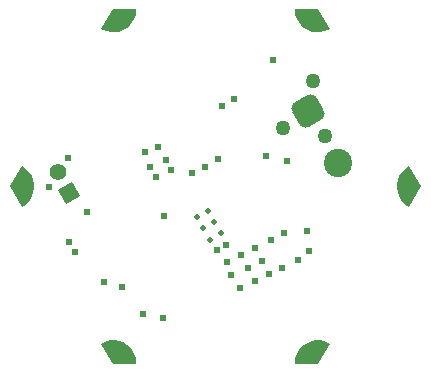
<source format=gbr>
G04*
G04 #@! TF.GenerationSoftware,Altium Limited,Altium Designer,25.8.1 (18)*
G04*
G04 Layer_Color=16711935*
%FSLAX44Y44*%
%MOMM*%
G71*
G04*
G04 #@! TF.SameCoordinates,2BA1844E-35A1-40AA-B719-48A9BFBC8ED3*
G04*
G04*
G04 #@! TF.FilePolarity,Negative*
G04*
G01*
G75*
G04:AMPARAMS|DCode=42|XSize=1mm|YSize=1mm|CornerRadius=0.5mm|HoleSize=0mm|Usage=FLASHONLY|Rotation=300.000|XOffset=0mm|YOffset=0mm|HoleType=Round|Shape=RoundedRectangle|*
%AMROUNDEDRECTD42*
21,1,1.0000,0.0000,0,0,300.0*
21,1,0.0000,1.0000,0,0,300.0*
1,1,1.0000,0.0000,0.0000*
1,1,1.0000,0.0000,0.0000*
1,1,1.0000,0.0000,0.0000*
1,1,1.0000,0.0000,0.0000*
%
%ADD42ROUNDEDRECTD42*%
G04:AMPARAMS|DCode=43|XSize=1mm|YSize=1mm|CornerRadius=0.5mm|HoleSize=0mm|Usage=FLASHONLY|Rotation=180.000|XOffset=0mm|YOffset=0mm|HoleType=Round|Shape=RoundedRectangle|*
%AMROUNDEDRECTD43*
21,1,1.0000,0.0000,0,0,180.0*
21,1,0.0000,1.0000,0,0,180.0*
1,1,1.0000,0.0000,0.0000*
1,1,1.0000,0.0000,0.0000*
1,1,1.0000,0.0000,0.0000*
1,1,1.0000,0.0000,0.0000*
%
%ADD43ROUNDEDRECTD43*%
G04:AMPARAMS|DCode=44|XSize=1mm|YSize=1mm|CornerRadius=0.5mm|HoleSize=0mm|Usage=FLASHONLY|Rotation=240.000|XOffset=0mm|YOffset=0mm|HoleType=Round|Shape=RoundedRectangle|*
%AMROUNDEDRECTD44*
21,1,1.0000,0.0000,0,0,240.0*
21,1,0.0000,1.0000,0,0,240.0*
1,1,1.0000,0.0000,0.0000*
1,1,1.0000,0.0000,0.0000*
1,1,1.0000,0.0000,0.0000*
1,1,1.0000,0.0000,0.0000*
%
%ADD44ROUNDEDRECTD44*%
%ADD45C,1.3900*%
%ADD46P,1.9658X4X165.0*%
G04:AMPARAMS|DCode=47|XSize=2.4mm|YSize=2.4mm|CornerRadius=0.6mm|HoleSize=0mm|Usage=FLASHONLY|Rotation=300.000|XOffset=0mm|YOffset=0mm|HoleType=Round|Shape=RoundedRectangle|*
%AMROUNDEDRECTD47*
21,1,2.4000,1.2000,0,0,300.0*
21,1,1.2000,2.4000,0,0,300.0*
1,1,1.2000,-0.2196,-0.8196*
1,1,1.2000,-0.8196,0.2196*
1,1,1.2000,0.2196,0.8196*
1,1,1.2000,0.8196,-0.2196*
%
%ADD47ROUNDEDRECTD47*%
%ADD48C,2.4000*%
%ADD49C,0.6096*%
%ADD50C,1.2700*%
%ADD51C,0.5000*%
G36*
X-96781Y-133322D02*
X-95288Y-132410D01*
X-92025Y-131147D01*
X-88590Y-130485D01*
X-85092Y-130444D01*
X-81642Y-131026D01*
X-78351Y-132213D01*
X-75323Y-133965D01*
X-72655Y-136229D01*
X-70432Y-138930D01*
X-68726Y-141984D01*
X-67589Y-145293D01*
X-67059Y-148751D01*
X-67106Y-150500D01*
Y-150500D01*
X-86888D01*
X-96781Y-133322D01*
D02*
G37*
G36*
X-163820Y17170D02*
X-162284Y16333D01*
X-159559Y14139D01*
X-157268Y11495D01*
X-155483Y8486D01*
X-154263Y5207D01*
X-153644Y1763D01*
X-153648Y-1735D01*
X-154275Y-5177D01*
X-155503Y-8453D01*
X-157294Y-11458D01*
X-159592Y-14097D01*
X-162322Y-16285D01*
X-163860Y-17118D01*
Y-17118D01*
X-173750Y13D01*
X-163820Y17170D01*
D02*
G37*
G36*
X-67041Y150492D02*
X-66999Y148743D01*
X-67536Y145286D01*
X-68680Y141980D01*
X-70394Y138930D01*
X-72623Y136233D01*
X-75296Y133976D01*
X-78328Y132230D01*
X-81622Y131052D01*
X-85073Y130478D01*
X-88571Y130526D01*
X-92005Y131197D01*
X-95265Y132467D01*
X-96756Y133382D01*
X-96756Y133382D01*
X-86865Y150513D01*
X-67041Y150492D01*
D02*
G37*
G36*
X67041Y-150492D02*
X66999Y-148743D01*
X67536Y-145286D01*
X68680Y-141980D01*
X70394Y-138930D01*
X72623Y-136233D01*
X75296Y-133976D01*
X78328Y-132230D01*
X81622Y-131052D01*
X85073Y-130478D01*
X88571Y-130526D01*
X92005Y-131197D01*
X95265Y-132467D01*
X96756Y-133382D01*
D01*
X86865Y-150513D01*
X67041Y-150492D01*
D02*
G37*
G36*
X163820Y-17170D02*
X162284Y-16333D01*
X159559Y-14139D01*
X157268Y-11495D01*
X155483Y-8486D01*
X154263Y-5207D01*
X153644Y-1763D01*
X153648Y1735D01*
X154275Y5177D01*
X155503Y8453D01*
X157294Y11458D01*
X159592Y14097D01*
X162322Y16285D01*
X163860Y17118D01*
X163860Y17118D01*
X173750Y-13D01*
X163820Y-17170D01*
D02*
G37*
G36*
X96781Y133322D02*
X95288Y132410D01*
X92025Y131147D01*
X88590Y130485D01*
X85092Y130444D01*
X81642Y131026D01*
X78351Y132212D01*
X75323Y133965D01*
X72655Y136229D01*
X70432Y138930D01*
X68726Y141984D01*
X67589Y145293D01*
X67059Y148751D01*
X67106Y150500D01*
X67106D01*
X86888D01*
X96781Y133322D01*
D02*
G37*
D42*
X165199Y0D02*
D03*
X-165199D02*
D03*
D43*
X82601Y143101D02*
D03*
X-82601Y-143101D02*
D03*
D44*
X82601D02*
D03*
X-82601Y143101D02*
D03*
D45*
X-133698Y11987D02*
D03*
D46*
X-123698Y-5334D02*
D03*
D47*
X78019Y63997D02*
D03*
D48*
X103419Y20003D02*
D03*
D49*
X-59690Y28956D02*
D03*
X-37592Y13970D02*
D03*
X21082Y-86360D02*
D03*
X13462Y-74676D02*
D03*
X48514Y107188D02*
D03*
X-79248Y-85090D02*
D03*
X-61468Y-108204D02*
D03*
X16002Y73660D02*
D03*
X5842Y68072D02*
D03*
X42926Y25908D02*
D03*
X60706Y21336D02*
D03*
X2286Y22860D02*
D03*
X-8890Y16764D02*
D03*
X-50292Y7874D02*
D03*
X-41656Y22606D02*
D03*
X-55372Y16256D02*
D03*
X-48514Y33274D02*
D03*
X-124968Y23622D02*
D03*
X-141224Y-254D02*
D03*
X-108677Y-21538D02*
D03*
X-118618Y-55372D02*
D03*
X-123698Y-47244D02*
D03*
X-93980Y-81026D02*
D03*
X39624Y-63500D02*
D03*
X44958Y-73914D02*
D03*
X33274Y-80518D02*
D03*
X27686Y-68834D02*
D03*
X78994Y-54864D02*
D03*
X46736Y-45466D02*
D03*
X77470Y-38100D02*
D03*
X33782Y-52070D02*
D03*
X70104Y-62484D02*
D03*
X56642Y-69088D02*
D03*
X58166Y-39878D02*
D03*
X21590Y-57912D02*
D03*
X10160Y-63754D02*
D03*
X8890Y-49530D02*
D03*
X1016Y-53594D02*
D03*
X-44196Y-111506D02*
D03*
X-20066Y11176D02*
D03*
X-43942Y-25146D02*
D03*
D50*
X82550Y88900D02*
D03*
X92710Y42418D02*
D03*
X57404Y49784D02*
D03*
D51*
X4651Y-39614D02*
D03*
X-4875Y-45114D02*
D03*
X-849Y-30087D02*
D03*
X-10375Y-35587D02*
D03*
X-6349Y-20561D02*
D03*
X-15875Y-26061D02*
D03*
M02*

</source>
